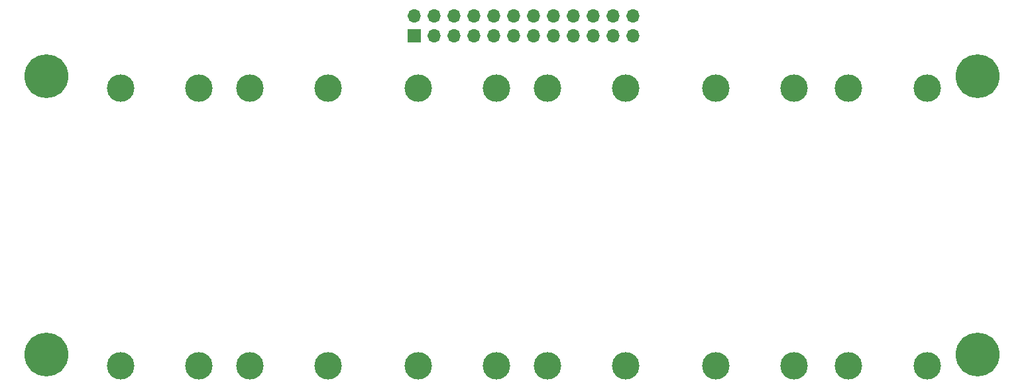
<source format=gbr>
%TF.GenerationSoftware,KiCad,Pcbnew,8.0.2*%
%TF.CreationDate,2024-05-23T18:59:23-04:00*%
%TF.ProjectId,UpperPOGO,55707065-7250-44f4-974f-2e6b69636164,rev?*%
%TF.SameCoordinates,Original*%
%TF.FileFunction,Soldermask,Bot*%
%TF.FilePolarity,Negative*%
%FSLAX46Y46*%
G04 Gerber Fmt 4.6, Leading zero omitted, Abs format (unit mm)*
G04 Created by KiCad (PCBNEW 8.0.2) date 2024-05-23 18:59:23*
%MOMM*%
%LPD*%
G01*
G04 APERTURE LIST*
%ADD10O,1.700000X1.700000*%
%ADD11R,1.700000X1.700000*%
%ADD12C,3.500000*%
%ADD13C,3.600000*%
%ADD14C,5.600000*%
G04 APERTURE END LIST*
D10*
%TO.C,J25*%
X161440000Y-58250000D03*
X161440000Y-60790000D03*
X158900000Y-58250000D03*
X158900000Y-60790000D03*
X156360000Y-58250000D03*
X156360000Y-60790000D03*
X153820000Y-58250000D03*
X153820000Y-60790000D03*
X151280000Y-58250000D03*
X151280000Y-60790000D03*
X148740000Y-58250000D03*
X148740000Y-60790000D03*
X146200000Y-58250000D03*
X146200000Y-60790000D03*
X143660000Y-58250000D03*
X143660000Y-60790000D03*
X141120000Y-58250000D03*
X141120000Y-60790000D03*
X138580000Y-58250000D03*
X138580000Y-60790000D03*
X136040000Y-58250000D03*
X136040000Y-60790000D03*
X133500000Y-58250000D03*
D11*
X133500000Y-60790000D03*
%TD*%
D12*
%TO.C,J12*%
X189000000Y-67500000D03*
%TD*%
%TO.C,J16*%
X122500000Y-67500000D03*
%TD*%
%TO.C,J4*%
X112500000Y-67500000D03*
%TD*%
%TO.C,J2*%
X96000000Y-67500000D03*
%TD*%
%TO.C,J8*%
X150500000Y-67500000D03*
%TD*%
%TO.C,J17*%
X144000000Y-67500000D03*
%TD*%
%TO.C,J6*%
X134000000Y-103000000D03*
%TD*%
%TO.C,J15*%
X122500000Y-103000000D03*
%TD*%
D13*
%TO.C,H1*%
X86500000Y-66000000D03*
D14*
X86500000Y-66000000D03*
%TD*%
D13*
%TO.C,H3*%
X86500000Y-101500000D03*
D14*
X86500000Y-101500000D03*
%TD*%
D12*
%TO.C,J22*%
X182000000Y-103000000D03*
%TD*%
D13*
%TO.C,H4*%
X205500000Y-101500000D03*
D14*
X205500000Y-101500000D03*
%TD*%
D12*
%TO.C,J11*%
X189000000Y-103000000D03*
%TD*%
%TO.C,J10*%
X172000000Y-103000000D03*
%TD*%
D13*
%TO.C,H2*%
X205500000Y-66000000D03*
D14*
X205500000Y-66000000D03*
%TD*%
D12*
%TO.C,J1*%
X96000000Y-103000000D03*
%TD*%
%TO.C,J5*%
X134000000Y-67500000D03*
%TD*%
%TO.C,J23*%
X199000000Y-67500000D03*
%TD*%
%TO.C,J21*%
X182000000Y-67500000D03*
%TD*%
%TO.C,J14*%
X106000000Y-103000000D03*
%TD*%
%TO.C,J24*%
X199000000Y-103000000D03*
%TD*%
%TO.C,J20*%
X160500000Y-67500000D03*
%TD*%
%TO.C,J19*%
X160500000Y-103000000D03*
%TD*%
%TO.C,J18*%
X144000000Y-103000000D03*
%TD*%
%TO.C,J7*%
X150500000Y-103000000D03*
%TD*%
%TO.C,J9*%
X172000000Y-67500000D03*
%TD*%
%TO.C,J3*%
X112500000Y-103000000D03*
%TD*%
%TO.C,J13*%
X106000000Y-67500000D03*
%TD*%
M02*

</source>
